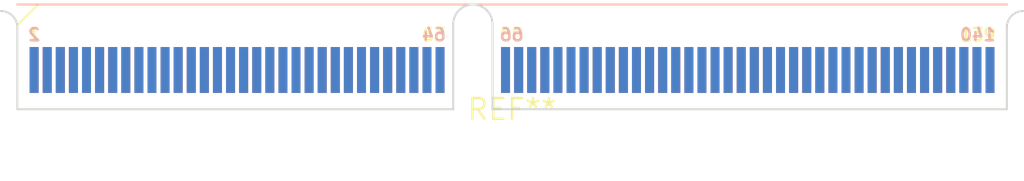
<source format=kicad_pcb>
(kicad_pcb (version 20240108) (generator pcbnew)
  (layers (0 "F.Cu" signal) (31 "B.Cu" signal) (34 "B.Paste" user) (35 "F.Paste" user) (36 "B.SilkS" user "B.Silkscreen") (37 "F.SilkS" user "F.Silkscreen") (38 "B.Mask" user) (39 "F.Mask" user) (44 "Edge.Cuts" user))
  (net 0 "")
  (footprint "Samtec_HSEC8-170-X-X-DV_2x70_P0.8mm_Wing_Edge" (layer "F.Cu") (at 0 0)
    (property "Reference" "REF**")
    (property "Value" "Samtec_HSEC8-170-X-X-DV_2x70_P0.8mm_Wing_Edge")
    (fp_line (start -30.225 -6.4) (end -30.225 -6.4) (layer "B.SilkS") (stroke (width 0.12)))
    (fp_line (start -30.225 -6.4) (end 30.225 -6.4) (layer "B.SilkS") (stroke (width 0.12)))
    (fp_line (start -30.225 -5.13) (end -28.955 -6.4) (layer "F.SilkS") (stroke (width 0.12)))
    (fp_line (start -28.955 -6.4) (end 30.225 -6.4) (layer "F.SilkS") (stroke (width 0.12)))
    (fp_line (start -30.225 -5) (end -30.225 0) (layer "Edge.Cuts") (stroke (width 0.12)))
    (fp_line (start -30.225 0) (end -3.595 0) (layer "Edge.Cuts") (stroke (width 0.12)))
    (fp_line (start -3.595 0) (end -3.595 -5.2) (layer "Edge.Cuts") (stroke (width 0.12)))
    (fp_line (start -1.195 -5.2) (end -1.195 0) (layer "Edge.Cuts") (stroke (width 0.12)))
    (fp_line (start -1.195 0) (end 30.225 0) (layer "Edge.Cuts") (stroke (width 0.12)))
    (fp_line (start 30.225 0) (end 30.225 -5) (layer "Edge.Cuts") (stroke (width 0.12)))
    (fp_arc (start -31.225 -6) (mid -30.517893 -5.707107) (end -30.225 -5) (layer "Edge.Cuts") (stroke (width 0.12)))
    (fp_arc (start -3.595 -5.2) (mid -2.395 -6.4) (end -1.195 -5.2) (layer "Edge.Cuts") (stroke (width 0.12)))
    (fp_arc (start 30.225 -5) (mid 30.517893 -5.707107) (end 31.225 -6) (layer "Edge.Cuts") (stroke (width 0.12)))
    (fp_text user "140" (at 28.45 -4.55 0) (layer "B.SilkS") (effects (font (size 0.75 0.75)) (justify mirror)))
    (fp_text user "64" (at -4.775 -4.55 0) (layer "B.SilkS") (effects (font (size 0.75 0.75)) (justify mirror)))
    (fp_text user "66" (at -0.025 -4.55 0) (layer "B.SilkS") (effects (font (size 0.75 0.75)) (justify mirror)))
    (fp_text user "2" (at -29.2 -4.55 0) (layer "B.SilkS") (effects (font (size 0.75 0.75)) (justify mirror)))
    (fp_text user "139" (at 28.45 -4.55 0) (layer "F.SilkS") (effects (font (size 0.75 0.75))))
    (fp_text user "1" (at -29.2 -4.55 0) (layer "F.SilkS") (effects (font (size 0.75 0.75))))
    (fp_text user "63" (at -4.775 -4.55 0) (layer "F.SilkS") (effects (font (size 0.75 0.75))))
    (fp_text user "65" (at -0.025 -4.55 0) (layer "F.SilkS") (effects (font (size 0.75 0.75))))
    (pad "1" connect rect (at -29.2 -2.4) (size 0.55 2.8) (layers "F.Cu" "F.Mask"))
    (pad "2" connect rect (at -29.2 -2.4) (size 0.55 2.8) (layers "B.Cu" "B.Mask"))
    (pad "3" connect rect (at -28.4 -2.4) (size 0.55 2.8) (layers "F.Cu" "F.Mask"))
    (pad "4" connect rect (at -28.4 -2.4) (size 0.55 2.8) (layers "B.Cu" "B.Mask"))
    (pad "5" connect rect (at -27.6 -2.4) (size 0.55 2.8) (layers "F.Cu" "F.Mask"))
    (pad "6" connect rect (at -27.6 -2.4) (size 0.55 2.8) (layers "B.Cu" "B.Mask"))
    (pad "7" connect rect (at -26.8 -2.4) (size 0.55 2.8) (layers "F.Cu" "F.Mask"))
    (pad "8" connect rect (at -26.8 -2.4) (size 0.55 2.8) (layers "B.Cu" "B.Mask"))
    (pad "9" connect rect (at -26 -2.4) (size 0.55 2.8) (layers "F.Cu" "F.Mask"))
    (pad "10" connect rect (at -26 -2.4) (size 0.55 2.8) (layers "B.Cu" "B.Mask"))
    (pad "11" connect rect (at -25.2 -2.4) (size 0.55 2.8) (layers "F.Cu" "F.Mask"))
    (pad "12" connect rect (at -25.2 -2.4) (size 0.55 2.8) (layers "B.Cu" "B.Mask"))
    (pad "13" connect rect (at -24.4 -2.4) (size 0.55 2.8) (layers "F.Cu" "F.Mask"))
    (pad "14" connect rect (at -24.4 -2.4) (size 0.55 2.8) (layers "B.Cu" "B.Mask"))
    (pad "15" connect rect (at -23.6 -2.4) (size 0.55 2.8) (layers "F.Cu" "F.Mask"))
    (pad "16" connect rect (at -23.6 -2.4) (size 0.55 2.8) (layers "B.Cu" "B.Mask"))
    (pad "17" connect rect (at -22.8 -2.4) (size 0.55 2.8) (layers "F.Cu" "F.Mask"))
    (pad "18" connect rect (at -22.8 -2.4) (size 0.55 2.8) (layers "B.Cu" "B.Mask"))
    (pad "19" connect rect (at -22 -2.4) (size 0.55 2.8) (layers "F.Cu" "F.Mask"))
    (pad "20" connect rect (at -22 -2.4) (size 0.55 2.8) (layers "B.Cu" "B.Mask"))
    (pad "21" connect rect (at -21.2 -2.4) (size 0.55 2.8) (layers "F.Cu" "F.Mask"))
    (pad "22" connect rect (at -21.2 -2.4) (size 0.55 2.8) (layers "B.Cu" "B.Mask"))
    (pad "23" connect rect (at -20.4 -2.4) (size 0.55 2.8) (layers "F.Cu" "F.Mask"))
    (pad "24" connect rect (at -20.4 -2.4) (size 0.55 2.8) (layers "B.Cu" "B.Mask"))
    (pad "25" connect rect (at -19.6 -2.4) (size 0.55 2.8) (layers "F.Cu" "F.Mask"))
    (pad "26" connect rect (at -19.6 -2.4) (size 0.55 2.8) (layers "B.Cu" "B.Mask"))
    (pad "27" connect rect (at -18.8 -2.4) (size 0.55 2.8) (layers "F.Cu" "F.Mask"))
    (pad "28" connect rect (at -18.8 -2.4) (size 0.55 2.8) (layers "B.Cu" "B.Mask"))
    (pad "29" connect rect (at -18 -2.4) (size 0.55 2.8) (layers "F.Cu" "F.Mask"))
    (pad "30" connect rect (at -18 -2.4) (size 0.55 2.8) (layers "B.Cu" "B.Mask"))
    (pad "31" connect rect (at -17.2 -2.4) (size 0.55 2.8) (layers "F.Cu" "F.Mask"))
    (pad "32" connect rect (at -17.2 -2.4) (size 0.55 2.8) (layers "B.Cu" "B.Mask"))
    (pad "33" connect rect (at -16.4 -2.4) (size 0.55 2.8) (layers "F.Cu" "F.Mask"))
    (pad "34" connect rect (at -16.4 -2.4) (size 0.55 2.8) (layers "B.Cu" "B.Mask"))
    (pad "35" connect rect (at -15.6 -2.4) (size 0.55 2.8) (layers "F.Cu" "F.Mask"))
    (pad "36" connect rect (at -15.6 -2.4) (size 0.55 2.8) (layers "B.Cu" "B.Mask"))
    (pad "37" connect rect (at -14.8 -2.4) (size 0.55 2.8) (layers "F.Cu" "F.Mask"))
    (pad "38" connect rect (at -14.8 -2.4) (size 0.55 2.8) (layers "B.Cu" "B.Mask"))
    (pad "39" connect rect (at -14 -2.4) (size 0.55 2.8) (layers "F.Cu" "F.Mask"))
    (pad "40" connect rect (at -14 -2.4) (size 0.55 2.8) (layers "B.Cu" "B.Mask"))
    (pad "41" connect rect (at -13.2 -2.4) (size 0.55 2.8) (layers "F.Cu" "F.Mask"))
    (pad "42" connect rect (at -13.2 -2.4) (size 0.55 2.8) (layers "B.Cu" "B.Mask"))
    (pad "43" connect rect (at -12.4 -2.4) (size 0.55 2.8) (layers "F.Cu" "F.Mask"))
    (pad "44" connect rect (at -12.4 -2.4) (size 0.55 2.8) (layers "B.Cu" "B.Mask"))
    (pad "45" connect rect (at -11.6 -2.4) (size 0.55 2.8) (layers "F.Cu" "F.Mask"))
    (pad "46" connect rect (at -11.6 -2.4) (size 0.55 2.8) (layers "B.Cu" "B.Mask"))
    (pad "47" connect rect (at -10.8 -2.4) (size 0.55 2.8) (layers "F.Cu" "F.Mask"))
    (pad "48" connect rect (at -10.8 -2.4) (size 0.55 2.8) (layers "B.Cu" "B.Mask"))
    (pad "49" connect rect (at -10 -2.4) (size 0.55 2.8) (layers "F.Cu" "F.Mask"))
    (pad "50" connect rect (at -10 -2.4) (size 0.55 2.8) (layers "B.Cu" "B.Mask"))
    (pad "51" connect rect (at -9.2 -2.4) (size 0.55 2.8) (layers "F.Cu" "F.Mask"))
    (pad "52" connect rect (at -9.2 -2.4) (size 0.55 2.8) (layers "B.Cu" "B.Mask"))
    (pad "53" connect rect (at -8.4 -2.4) (size 0.55 2.8) (layers "F.Cu" "F.Mask"))
    (pad "54" connect rect (at -8.4 -2.4) (size 0.55 2.8) (layers "B.Cu" "B.Mask"))
    (pad "55" connect rect (at -7.6 -2.4) (size 0.55 2.8) (layers "F.Cu" "F.Mask"))
    (pad "56" connect rect (at -7.6 -2.4) (size 0.55 2.8) (layers "B.Cu" "B.Mask"))
    (pad "57" connect rect (at -6.8 -2.4) (size 0.55 2.8) (layers "F.Cu" "F.Mask"))
    (pad "58" connect rect (at -6.8 -2.4) (size 0.55 2.8) (layers "B.Cu" "B.Mask"))
    (pad "59" connect rect (at -6 -2.4) (size 0.55 2.8) (layers "F.Cu" "F.Mask"))
    (pad "60" connect rect (at -6 -2.4) (size 0.55 2.8) (layers "B.Cu" "B.Mask"))
    (pad "61" connect rect (at -5.2 -2.4) (size 0.55 2.8) (layers "F.Cu" "F.Mask"))
    (pad "62" connect rect (at -5.2 -2.4) (size 0.55 2.8) (layers "B.Cu" "B.Mask"))
    (pad "63" connect rect (at -4.4 -2.4) (size 0.55 2.8) (layers "F.Cu" "F.Mask"))
    (pad "64" connect rect (at -4.4 -2.4) (size 0.55 2.8) (layers "B.Cu" "B.Mask"))
    (pad "65" connect rect (at -0.4 -2.4) (size 0.55 2.8) (layers "F.Cu" "F.Mask"))
    (pad "66" connect rect (at -0.4 -2.4) (size 0.55 2.8) (layers "B.Cu" "B.Mask"))
    (pad "67" connect rect (at 0.4 -2.4) (size 0.55 2.8) (layers "F.Cu" "F.Mask"))
    (pad "68" connect rect (at 0.4 -2.4) (size 0.55 2.8) (layers "B.Cu" "B.Mask"))
    (pad "69" connect rect (at 1.2 -2.4) (size 0.55 2.8) (layers "F.Cu" "F.Mask"))
    (pad "70" connect rect (at 1.2 -2.4) (size 0.55 2.8) (layers "B.Cu" "B.Mask"))
    (pad "71" connect rect (at 2 -2.4) (size 0.55 2.8) (layers "F.Cu" "F.Mask"))
    (pad "72" connect rect (at 2 -2.4) (size 0.55 2.8) (layers "B.Cu" "B.Mask"))
    (pad "73" connect rect (at 2.8 -2.4) (size 0.55 2.8) (layers "F.Cu" "F.Mask"))
    (pad "74" connect rect (at 2.8 -2.4) (size 0.55 2.8) (layers "B.Cu" "B.Mask"))
    (pad "75" connect rect (at 3.6 -2.4) (size 0.55 2.8) (layers "F.Cu" "F.Mask"))
    (pad "76" connect rect (at 3.6 -2.4) (size 0.55 2.8) (layers "B.Cu" "B.Mask"))
    (pad "77" connect rect (at 4.4 -2.4) (size 0.55 2.8) (layers "F.Cu" "F.Mask"))
    (pad "78" connect rect (at 4.4 -2.4) (size 0.55 2.8) (layers "B.Cu" "B.Mask"))
    (pad "79" connect rect (at 5.2 -2.4) (size 0.55 2.8) (layers "F.Cu" "F.Mask"))
    (pad "80" connect rect (at 5.2 -2.4) (size 0.55 2.8) (layers "B.Cu" "B.Mask"))
    (pad "81" connect rect (at 6 -2.4) (size 0.55 2.8) (layers "F.Cu" "F.Mask"))
    (pad "82" connect rect (at 6 -2.4) (size 0.55 2.8) (layers "B.Cu" "B.Mask"))
    (pad "83" connect rect (at 6.8 -2.4) (size 0.55 2.8) (layers "F.Cu" "F.Mask"))
    (pad "84" connect rect (at 6.8 -2.4) (size 0.55 2.8) (layers "B.Cu" "B.Mask"))
    (pad "85" connect rect (at 7.6 -2.4) (size 0.55 2.8) (layers "F.Cu" "F.Mask"))
    (pad "86" connect rect (at 7.6 -2.4) (size 0.55 2.8) (layers "B.Cu" "B.Mask"))
    (pad "87" connect rect (at 8.4 -2.4) (size 0.55 2.8) (layers "F.Cu" "F.Mask"))
    (pad "88" connect rect (at 8.4 -2.4) (size 0.55 2.8) (layers "B.Cu" "B.Mask"))
    (pad "89" connect rect (at 9.2 -2.4) (size 0.55 2.8) (layers "F.Cu" "F.Mask"))
    (pad "90" connect rect (at 9.2 -2.4) (size 0.55 2.8) (layers "B.Cu" "B.Mask"))
    (pad "91" connect rect (at 10 -2.4) (size 0.55 2.8) (layers "F.Cu" "F.Mask"))
    (pad "92" connect rect (at 10 -2.4) (size 0.55 2.8) (layers "B.Cu" "B.Mask"))
    (pad "93" connect rect (at 10.8 -2.4) (size 0.55 2.8) (layers "F.Cu" "F.Mask"))
    (pad "94" connect rect (at 10.8 -2.4) (size 0.55 2.8) (layers "B.Cu" "B.Mask"))
    (pad "95" connect rect (at 11.6 -2.4) (size 0.55 2.8) (layers "F.Cu" "F.Mask"))
    (pad "96" connect rect (at 11.6 -2.4) (size 0.55 2.8) (layers "B.Cu" "B.Mask"))
    (pad "97" connect rect (at 12.4 -2.4) (size 0.55 2.8) (layers "F.Cu" "F.Mask"))
    (pad "98" connect rect (at 12.4 -2.4) (size 0.55 2.8) (layers "B.Cu" "B.Mask"))
    (pad "99" connect rect (at 13.2 -2.4) (size 0.55 2.8) (layers "F.Cu" "F.Mask"))
    (pad "100" connect rect (at 13.2 -2.4) (size 0.55 2.8) (layers "B.Cu" "B.Mask"))
    (pad "101" connect rect (at 14 -2.4) (size 0.55 2.8) (layers "F.Cu" "F.Mask"))
    (pad "102" connect rect (at 14 -2.4) (size 0.55 2.8) (layers "B.Cu" "B.Mask"))
    (pad "103" connect rect (at 14.8 -2.4) (size 0.55 2.8) (layers "F.Cu" "F.Mask"))
    (pad "104" connect rect (at 14.8 -2.4) (size 0.55 2.8) (layers "B.Cu" "B.Mask"))
    (pad "105" connect rect (at 15.6 -2.4) (size 0.55 2.8) (layers "F.Cu" "F.Mask"))
    (pad "106" connect rect (at 15.6 -2.4) (size 0.55 2.8) (layers "B.Cu" "B.Mask"))
    (pad "107" connect rect (at 16.4 -2.4) (size 0.55 2.8) (layers "F.Cu" "F.Mask"))
    (pad "108" connect rect (at 16.4 -2.4) (size 0.55 2.8) (layers "B.Cu" "B.Mask"))
    (pad "109" connect rect (at 17.2 -2.4) (size 0.55 2.8) (layers "F.Cu" "F.Mask"))
    (pad "110" connect rect (at 17.2 -2.4) (size 0.55 2.8) (layers "B.Cu" "B.Mask"))
    (pad "111" connect rect (at 18 -2.4) (size 0.55 2.8) (layers "F.Cu" "F.Mask"))
    (pad "112" connect rect (at 18 -2.4) (size 0.55 2.8) (layers "B.Cu" "B.Mask"))
    (pad "113" connect rect (at 18.8 -2.4) (size 0.55 2.8) (layers "F.Cu" "F.Mask"))
    (pad "114" connect rect (at 18.8 -2.4) (size 0.55 2.8) (layers "B.Cu" "B.Mask"))
    (pad "115" connect rect (at 19.6 -2.4) (size 0.55 2.8) (layers "F.Cu" "F.Mask"))
    (pad "116" connect rect (at 19.6 -2.4) (size 0.55 2.8) (layers "B.Cu" "B.Mask"))
    (pad "117" connect rect (at 20.4 -2.4) (size 0.55 2.8) (layers "F.Cu" "F.Mask"))
    (pad "118" connect rect (at 20.4 -2.4) (size 0.55 2.8) (layers "B.Cu" "B.Mask"))
    (pad "119" connect rect (at 21.2 -2.4) (size 0.55 2.8) (layers "F.Cu" "F.Mask"))
    (pad "120" connect rect (at 21.2 -2.4) (size 0.55 2.8) (layers "B.Cu" "B.Mask"))
    (pad "121" connect rect (at 22 -2.4) (size 0.55 2.8) (layers "F.Cu" "F.Mask"))
    (pad "122" connect rect (at 22 -2.4) (size 0.55 2.8) (layers "B.Cu" "B.Mask"))
    (pad "123" connect rect (at 22.8 -2.4) (size 0.55 2.8) (layers "F.Cu" "F.Mask"))
    (pad "124" connect rect (at 22.8 -2.4) (size 0.55 2.8) (layers "B.Cu" "B.Mask"))
    (pad "125" connect rect (at 23.6 -2.4) (size 0.55 2.8) (layers "F.Cu" "F.Mask"))
    (pad "126" connect rect (at 23.6 -2.4) (size 0.55 2.8) (layers "B.Cu" "B.Mask"))
    (pad "127" connect rect (at 24.4 -2.4) (size 0.55 2.8) (layers "F.Cu" "F.Mask"))
    (pad "128" connect rect (at 24.4 -2.4) (size 0.55 2.8) (layers "B.Cu" "B.Mask"))
    (pad "129" connect rect (at 25.2 -2.4) (size 0.55 2.8) (layers "F.Cu" "F.Mask"))
    (pad "130" connect rect (at 25.2 -2.4) (size 0.55 2.8) (layers "B.Cu" "B.Mask"))
    (pad "131" connect rect (at 26 -2.4) (size 0.55 2.8) (layers "F.Cu" "F.Mask"))
    (pad "132" connect rect (at 26 -2.4) (size 0.55 2.8) (layers "B.Cu" "B.Mask"))
    (pad "133" connect rect (at 26.8 -2.4) (size 0.55 2.8) (layers "F.Cu" "F.Mask"))
    (pad "134" connect rect (at 26.8 -2.4) (size 0.55 2.8) (layers "B.Cu" "B.Mask"))
    (pad "135" connect rect (at 27.6 -2.4) (size 0.55 2.8) (layers "F.Cu" "F.Mask"))
    (pad "136" connect rect (at 27.6 -2.4) (size 0.55 2.8) (layers "B.Cu" "B.Mask"))
    (pad "137" connect rect (at 28.4 -2.4) (size 0.55 2.8) (layers "F.Cu" "F.Mask"))
    (pad "138" connect rect (at 28.4 -2.4) (size 0.55 2.8) (layers "B.Cu" "B.Mask"))
    (pad "139" connect rect (at 29.2 -2.4) (size 0.55 2.8) (layers "F.Cu" "F.Mask"))
    (pad "140" connect rect (at 29.2 -2.4) (size 0.55 2.8) (layers "B.Cu" "B.Mask"))
  )
)
</source>
